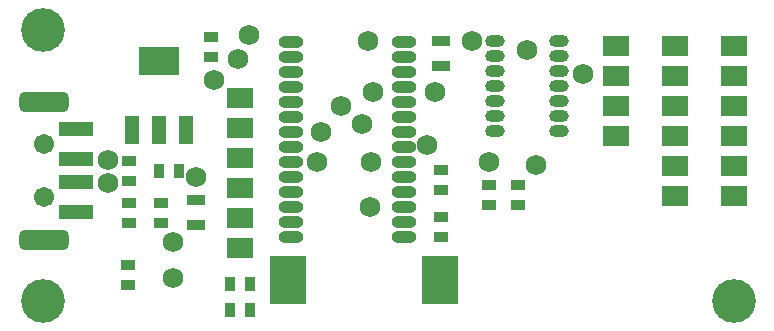
<source format=gts>
G04*
G04 #@! TF.GenerationSoftware,Altium Limited,Altium Designer,24.4.1 (13)*
G04*
G04 Layer_Color=8388736*
%FSLAX44Y44*%
%MOMM*%
G71*
G04*
G04 #@! TF.SameCoordinates,2532A9CE-C595-4F9E-AB26-32F22B0E5C71*
G04*
G04*
G04 #@! TF.FilePolarity,Negative*
G04*
G01*
G75*
%ADD15R,3.0532X4.1532*%
%ADD16O,2.1032X1.0532*%
%ADD17R,1.2032X0.9532*%
%ADD18R,1.6032X0.9532*%
%ADD19O,1.6532X1.0532*%
%ADD20R,0.9532X1.2032*%
%ADD21R,2.9032X1.2032*%
%ADD22R,1.2032X2.3532*%
%ADD23R,3.4532X2.3532*%
%ADD24C,3.7032*%
%ADD25C,1.7272*%
%ADD26R,2.2032X1.7032*%
%ADD27C,1.7032*%
G04:AMPARAMS|DCode=28|XSize=4.2032mm|YSize=1.7032mm|CornerRadius=0.4766mm|HoleSize=0mm|Usage=FLASHONLY|Rotation=0.000|XOffset=0mm|YOffset=0mm|HoleType=Round|Shape=RoundedRectangle|*
%AMROUNDEDRECTD28*
21,1,4.2032,0.7500,0,0,0.0*
21,1,3.2500,1.7032,0,0,0.0*
1,1,0.9532,1.6250,-0.3750*
1,1,0.9532,-1.6250,-0.3750*
1,1,0.9532,-1.6250,0.3750*
1,1,0.9532,1.6250,0.3750*
%
%ADD28ROUNDEDRECTD28*%
D15*
X362250Y44000D02*
D03*
X233750D02*
D03*
D16*
X236500Y245550D02*
D03*
Y232850D02*
D03*
Y220150D02*
D03*
Y207450D02*
D03*
Y194750D02*
D03*
Y182050D02*
D03*
Y169350D02*
D03*
Y156650D02*
D03*
Y143950D02*
D03*
Y131250D02*
D03*
Y118550D02*
D03*
Y105850D02*
D03*
Y93150D02*
D03*
Y80450D02*
D03*
X331500Y245550D02*
D03*
Y232850D02*
D03*
Y220150D02*
D03*
Y207450D02*
D03*
Y194750D02*
D03*
Y182050D02*
D03*
Y169350D02*
D03*
Y156650D02*
D03*
Y143950D02*
D03*
Y131250D02*
D03*
Y118550D02*
D03*
Y105850D02*
D03*
Y93150D02*
D03*
Y80450D02*
D03*
D17*
X428500Y107500D02*
D03*
Y124500D02*
D03*
X403500Y107500D02*
D03*
Y124500D02*
D03*
X363500Y80000D02*
D03*
Y97000D02*
D03*
X168500Y232500D02*
D03*
Y249500D02*
D03*
X98500Y40000D02*
D03*
Y57000D02*
D03*
X363500Y137000D02*
D03*
Y120000D02*
D03*
X99000Y92500D02*
D03*
Y109500D02*
D03*
X126000Y92500D02*
D03*
Y109500D02*
D03*
X99000Y144500D02*
D03*
Y127500D02*
D03*
D18*
X363500Y225500D02*
D03*
Y246500D02*
D03*
X156000Y90500D02*
D03*
Y111500D02*
D03*
D19*
X408750Y246600D02*
D03*
Y233900D02*
D03*
Y221200D02*
D03*
Y208500D02*
D03*
Y195800D02*
D03*
Y183100D02*
D03*
Y170400D02*
D03*
X463250Y246600D02*
D03*
Y233900D02*
D03*
Y221200D02*
D03*
Y208500D02*
D03*
Y195800D02*
D03*
Y183100D02*
D03*
Y170400D02*
D03*
D20*
X201500Y19000D02*
D03*
X184500D02*
D03*
X201500Y41000D02*
D03*
X184500D02*
D03*
X124500Y136000D02*
D03*
X141500D02*
D03*
D21*
X53750Y101610D02*
D03*
Y126610D02*
D03*
Y171610D02*
D03*
Y146610D02*
D03*
D22*
X101540Y170860D02*
D03*
X124540D02*
D03*
X147540D02*
D03*
D23*
X124540Y229360D02*
D03*
D24*
X26000Y256000D02*
D03*
Y26000D02*
D03*
X611000D02*
D03*
D25*
X483500Y218500D02*
D03*
X403500Y143500D02*
D03*
X306000Y203500D02*
D03*
X261725Y169225D02*
D03*
X278500Y191000D02*
D03*
X358500Y203500D02*
D03*
X296000Y176000D02*
D03*
X389100Y246600D02*
D03*
X351000Y158500D02*
D03*
X436000Y238500D02*
D03*
X303350Y105850D02*
D03*
X443500Y141000D02*
D03*
X303500Y143500D02*
D03*
X171000Y213500D02*
D03*
X258500Y143500D02*
D03*
X136000Y46000D02*
D03*
X301000Y246000D02*
D03*
X201000Y251000D02*
D03*
X191000Y231000D02*
D03*
X81000Y126000D02*
D03*
Y146000D02*
D03*
X156000Y131000D02*
D03*
X136000Y76000D02*
D03*
D26*
X561000Y241800D02*
D03*
Y216400D02*
D03*
Y140200D02*
D03*
Y114800D02*
D03*
Y165600D02*
D03*
Y191000D02*
D03*
X193000Y121600D02*
D03*
Y147000D02*
D03*
Y197800D02*
D03*
Y172400D02*
D03*
Y96200D02*
D03*
Y70800D02*
D03*
X611000Y241800D02*
D03*
Y216400D02*
D03*
Y140200D02*
D03*
Y114800D02*
D03*
Y165600D02*
D03*
Y191000D02*
D03*
X511000Y241800D02*
D03*
Y216400D02*
D03*
Y165600D02*
D03*
Y191000D02*
D03*
D27*
X26750Y114110D02*
D03*
Y159110D02*
D03*
D28*
Y78110D02*
D03*
Y195110D02*
D03*
M02*

</source>
